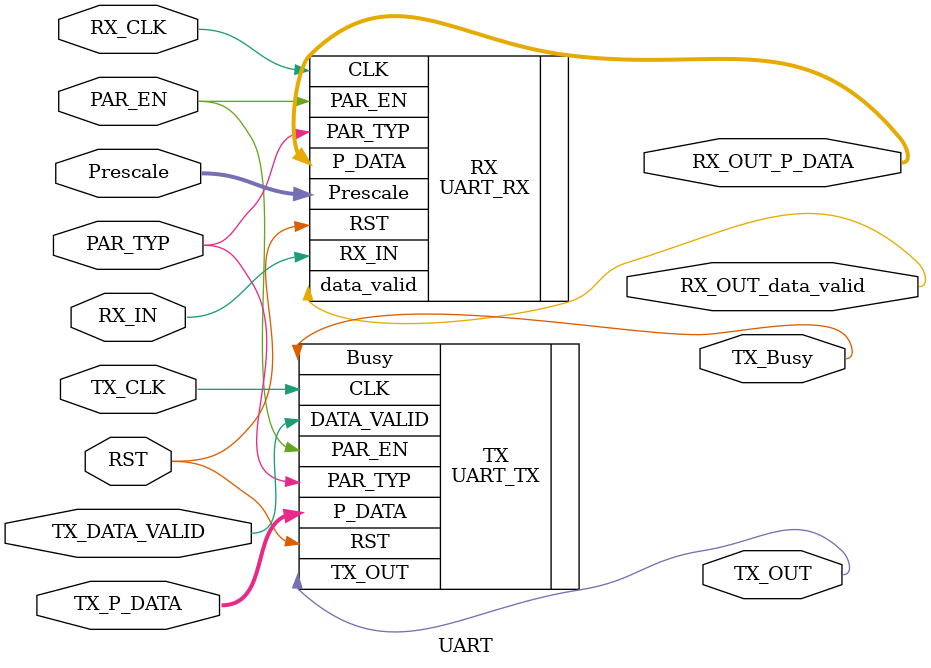
<source format=v>
/********************************************************************************************/
/********************************************************************************************/
/**************************		Author: Alyaa Mohamed    ************************************/
/**************************		Module: UART	         ************************************/
/********************************************************************************************/
/********************************************************************************************/

module UART #(parameter DATA_WIDTH = 8, PRESCALE_WIDTH = 6) 
(
    input   wire                                PAR_EN              ,
    input   wire   [PRESCALE_WIDTH - 1 : 0]     Prescale            ,
    input   wire                                PAR_TYP             ,

    input   wire                                RX_CLK              ,
    input   wire                                TX_CLK              ,
    input   wire                                RST                 ,

    input   wire                                RX_IN               ,

    input   wire   [DATA_WIDTH - 1 : 0]         TX_P_DATA           ,
    input   wire                                TX_DATA_VALID       ,

    output  wire   [DATA_WIDTH - 1 : 0]         RX_OUT_P_DATA       ,
    output  wire                                RX_OUT_data_valid   ,

    output  wire                                TX_OUT              ,
    output  wire                                TX_Busy
);
    

/*****************************************************************************************/
/*****************************Instantiation Of The Modules********************************/

    UART_RX #(.DATA_WIDTH(DATA_WIDTH), .PRESCALE_WIDTH(PRESCALE_WIDTH)) 
    RX
    (
        .PAR_EN(PAR_EN)                                             ,
        .RX_IN(RX_IN)                                               ,
        .Prescale(Prescale)                                         ,
        .PAR_TYP(PAR_TYP)                                           ,
        .CLK(RX_CLK)                                                ,
        .RST(RST)                                                   ,

        .P_DATA(RX_OUT_P_DATA)                                      ,
        .data_valid(RX_OUT_data_valid)
    );

/*****************************************************************************************/
/*****************************************************************************************/

    UART_TX #(.WIDTH(DATA_WIDTH))
    TX
    (
        .P_DATA(TX_P_DATA)                                          ,
        .DATA_VALID(TX_DATA_VALID)                                  ,
        .PAR_EN(PAR_EN)                                             ,
        .PAR_TYP(PAR_TYP)                                           ,
        .CLK(TX_CLK)                                                ,
        .RST(RST)                                                   ,

        .TX_OUT(TX_OUT)                                             ,
        .Busy(TX_Busy)
    );

endmodule
</source>
